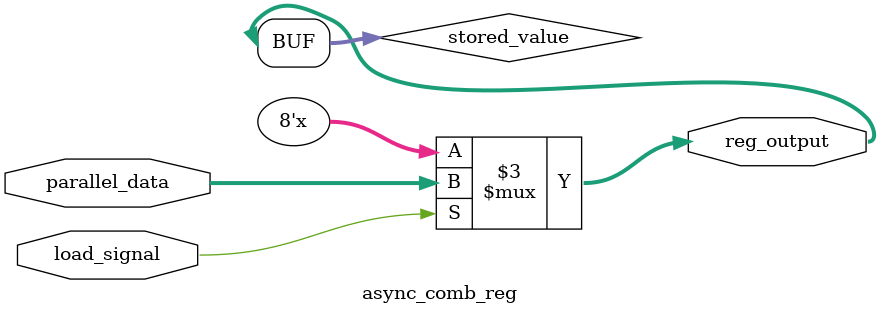
<source format=sv>
module async_comb_reg(
    input [7:0] parallel_data,
    input load_signal,
    output [7:0] reg_output
);
    // Direct connection from input to output through load_signal control
    reg [7:0] stored_value;
    
    // Combined storage and output logic
    always @(load_signal or parallel_data)
        if (load_signal) stored_value = parallel_data;
    
    // Direct assignment to output
    assign reg_output = stored_value;
    
endmodule
</source>
